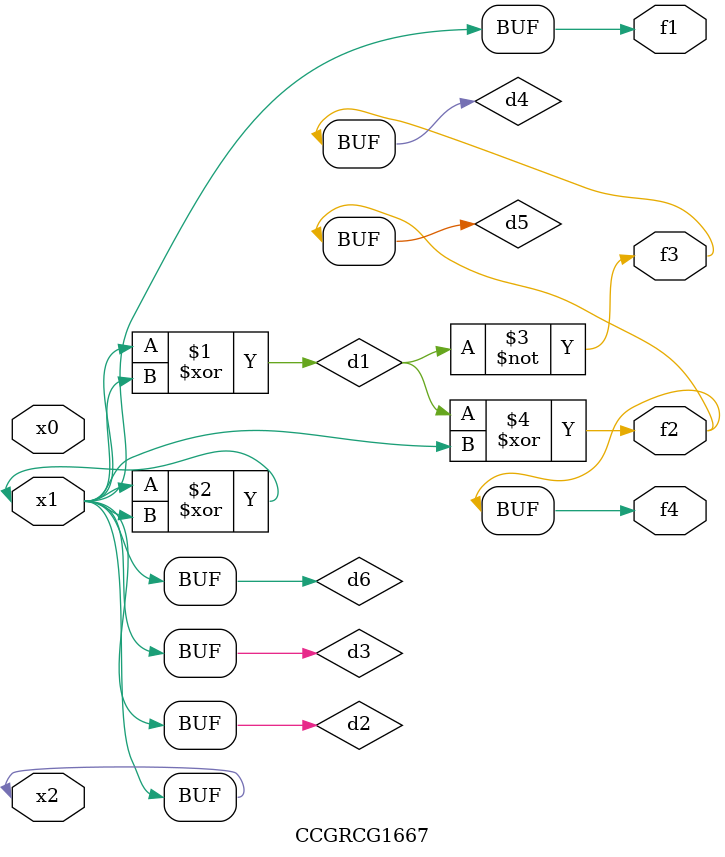
<source format=v>
module CCGRCG1667(
	input x0, x1, x2,
	output f1, f2, f3, f4
);

	wire d1, d2, d3, d4, d5, d6;

	xor (d1, x1, x2);
	buf (d2, x1, x2);
	xor (d3, x1, x2);
	nor (d4, d1);
	xor (d5, d1, d2);
	buf (d6, d2, d3);
	assign f1 = d6;
	assign f2 = d5;
	assign f3 = d4;
	assign f4 = d5;
endmodule

</source>
